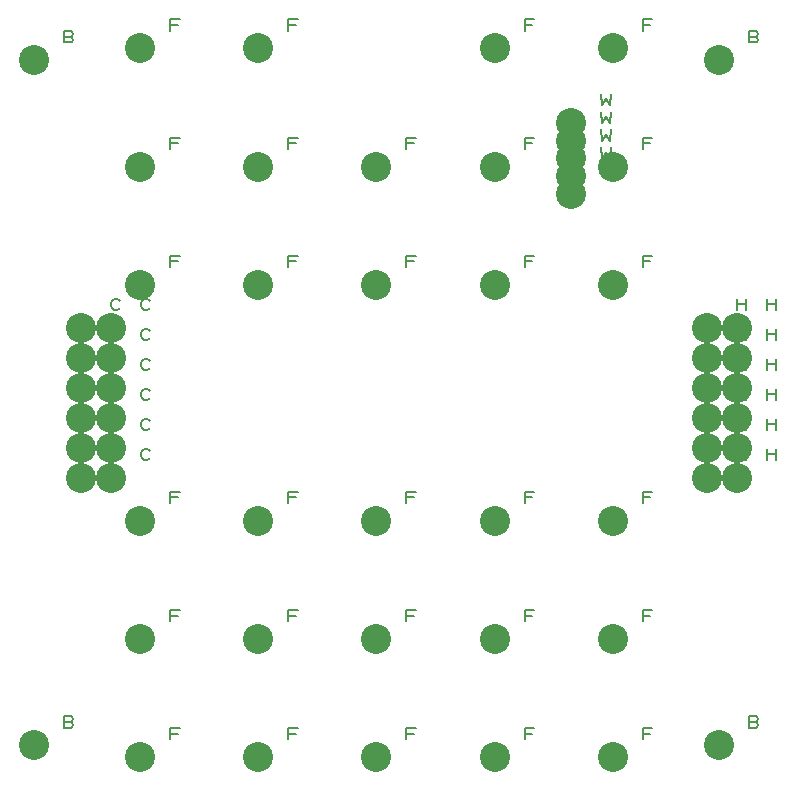
<source format=gbr>
G04 DesignSpark PCB PRO Gerber Version 10.0 Build 5299*
G04 #@! TF.Part,Single*
G04 #@! TF.FileFunction,Drillmap*
G04 #@! TF.FilePolarity,Positive*
%FSLAX35Y35*%
%MOIN*%
%ADD29C,0.00500*%
G04 #@! TA.AperFunction,ViaPad*
%ADD28C,0.10000*%
G04 #@! TD.AperFunction*
X0Y0D02*
D02*
D28*
X27953Y24016D03*
Y252362D03*
X43543Y113189D03*
Y123189D03*
Y133189D03*
Y143189D03*
Y153189D03*
Y163189D03*
X53543Y113189D03*
Y123189D03*
Y133189D03*
Y143189D03*
Y153189D03*
Y163189D03*
X63386Y20079D03*
Y59449D03*
Y98819D03*
Y177559D03*
Y216929D03*
Y256299D03*
X102756Y20079D03*
Y59449D03*
Y98819D03*
Y177559D03*
Y216929D03*
Y256299D03*
X142126Y20079D03*
Y59449D03*
Y98819D03*
Y177559D03*
Y216929D03*
X181496Y20079D03*
Y59449D03*
Y98819D03*
Y177559D03*
Y216929D03*
Y256299D03*
X207087Y207874D03*
Y213780D03*
Y219685D03*
Y225591D03*
Y231496D03*
X220866Y20079D03*
Y59449D03*
Y98819D03*
Y177559D03*
Y216929D03*
Y256299D03*
X252205Y113189D03*
Y123189D03*
Y133189D03*
Y143189D03*
Y153189D03*
Y163189D03*
X256299Y24016D03*
Y252362D03*
X262205Y113189D03*
Y123189D03*
Y133189D03*
Y143189D03*
Y153189D03*
Y163189D03*
D02*
D29*
X40140Y31828D02*
X40765Y31516D01*
X41078Y30891D01*
X40765Y30266D01*
X40140Y29953D01*
X37953D01*
Y33703D01*
X40140D01*
X40765Y33391D01*
X41078Y32766D01*
X40765Y32141D01*
X40140Y31828D01*
X37953D01*
X40140Y260175D02*
X40765Y259862D01*
X41078Y259237D01*
X40765Y258612D01*
X40140Y258300D01*
X37953D01*
Y262050D01*
X40140D01*
X40765Y261737D01*
X41078Y261112D01*
X40765Y260487D01*
X40140Y260175D01*
X37953D01*
X56669Y119752D02*
X56356Y119439D01*
X55731Y119126D01*
X54793D01*
X54169Y119439D01*
X53856Y119752D01*
X53543Y120376D01*
Y121626D01*
X53856Y122252D01*
X54169Y122564D01*
X54793Y122876D01*
X55731D01*
X56356Y122564D01*
X56669Y122252D01*
Y129752D02*
X56356Y129439D01*
X55731Y129126D01*
X54793D01*
X54169Y129439D01*
X53856Y129752D01*
X53543Y130376D01*
Y131626D01*
X53856Y132252D01*
X54169Y132564D01*
X54793Y132876D01*
X55731D01*
X56356Y132564D01*
X56669Y132252D01*
Y139752D02*
X56356Y139439D01*
X55731Y139126D01*
X54793D01*
X54169Y139439D01*
X53856Y139752D01*
X53543Y140376D01*
Y141626D01*
X53856Y142252D01*
X54169Y142564D01*
X54793Y142876D01*
X55731D01*
X56356Y142564D01*
X56669Y142252D01*
Y149752D02*
X56356Y149439D01*
X55731Y149126D01*
X54793D01*
X54169Y149439D01*
X53856Y149752D01*
X53543Y150376D01*
Y151626D01*
X53856Y152252D01*
X54169Y152564D01*
X54793Y152876D01*
X55731D01*
X56356Y152564D01*
X56669Y152252D01*
Y159752D02*
X56356Y159439D01*
X55731Y159126D01*
X54793D01*
X54169Y159439D01*
X53856Y159752D01*
X53543Y160376D01*
Y161626D01*
X53856Y162252D01*
X54169Y162564D01*
X54793Y162876D01*
X55731D01*
X56356Y162564D01*
X56669Y162252D01*
Y169752D02*
X56356Y169439D01*
X55731Y169126D01*
X54793D01*
X54169Y169439D01*
X53856Y169752D01*
X53543Y170376D01*
Y171626D01*
X53856Y172252D01*
X54169Y172564D01*
X54793Y172876D01*
X55731D01*
X56356Y172564D01*
X56669Y172252D01*
X66669Y119752D02*
X66356Y119439D01*
X65731Y119126D01*
X64793D01*
X64169Y119439D01*
X63856Y119752D01*
X63543Y120376D01*
Y121626D01*
X63856Y122252D01*
X64169Y122564D01*
X64793Y122876D01*
X65731D01*
X66356Y122564D01*
X66669Y122252D01*
Y129752D02*
X66356Y129439D01*
X65731Y129126D01*
X64793D01*
X64169Y129439D01*
X63856Y129752D01*
X63543Y130376D01*
Y131626D01*
X63856Y132252D01*
X64169Y132564D01*
X64793Y132876D01*
X65731D01*
X66356Y132564D01*
X66669Y132252D01*
Y139752D02*
X66356Y139439D01*
X65731Y139126D01*
X64793D01*
X64169Y139439D01*
X63856Y139752D01*
X63543Y140376D01*
Y141626D01*
X63856Y142252D01*
X64169Y142564D01*
X64793Y142876D01*
X65731D01*
X66356Y142564D01*
X66669Y142252D01*
Y149752D02*
X66356Y149439D01*
X65731Y149126D01*
X64793D01*
X64169Y149439D01*
X63856Y149752D01*
X63543Y150376D01*
Y151626D01*
X63856Y152252D01*
X64169Y152564D01*
X64793Y152876D01*
X65731D01*
X66356Y152564D01*
X66669Y152252D01*
Y159752D02*
X66356Y159439D01*
X65731Y159126D01*
X64793D01*
X64169Y159439D01*
X63856Y159752D01*
X63543Y160376D01*
Y161626D01*
X63856Y162252D01*
X64169Y162564D01*
X64793Y162876D01*
X65731D01*
X66356Y162564D01*
X66669Y162252D01*
Y169752D02*
X66356Y169439D01*
X65731Y169126D01*
X64793D01*
X64169Y169439D01*
X63856Y169752D01*
X63543Y170376D01*
Y171626D01*
X63856Y172252D01*
X64169Y172564D01*
X64793Y172876D01*
X65731D01*
X66356Y172564D01*
X66669Y172252D01*
X73386Y26016D02*
Y29766D01*
X76511D01*
X75886Y27891D02*
X73386D01*
Y65386D02*
Y69136D01*
X76511D01*
X75886Y67261D02*
X73386D01*
Y104756D02*
Y108506D01*
X76511D01*
X75886Y106631D02*
X73386D01*
Y183496D02*
Y187246D01*
X76511D01*
X75886Y185372D02*
X73386D01*
Y222867D02*
Y226617D01*
X76511D01*
X75886Y224742D02*
X73386D01*
Y262237D02*
Y265987D01*
X76511D01*
X75886Y264112D02*
X73386D01*
X112756Y26016D02*
Y29766D01*
X115881D01*
X115256Y27891D02*
X112756D01*
Y65386D02*
Y69136D01*
X115881D01*
X115256Y67261D02*
X112756D01*
Y104756D02*
Y108506D01*
X115881D01*
X115256Y106631D02*
X112756D01*
Y183496D02*
Y187246D01*
X115881D01*
X115256Y185372D02*
X112756D01*
Y222867D02*
Y226617D01*
X115881D01*
X115256Y224742D02*
X112756D01*
Y262237D02*
Y265987D01*
X115881D01*
X115256Y264112D02*
X112756D01*
X152126Y26016D02*
Y29766D01*
X155251D01*
X154626Y27891D02*
X152126D01*
Y65386D02*
Y69136D01*
X155251D01*
X154626Y67261D02*
X152126D01*
Y104756D02*
Y108506D01*
X155251D01*
X154626Y106631D02*
X152126D01*
Y183496D02*
Y187246D01*
X155251D01*
X154626Y185372D02*
X152126D01*
Y222867D02*
Y226617D01*
X155251D01*
X154626Y224742D02*
X152126D01*
X191496Y26016D02*
Y29766D01*
X194621D01*
X193996Y27891D02*
X191496D01*
Y65386D02*
Y69136D01*
X194621D01*
X193996Y67261D02*
X191496D01*
Y104756D02*
Y108506D01*
X194621D01*
X193996Y106631D02*
X191496D01*
Y183496D02*
Y187246D01*
X194621D01*
X193996Y185372D02*
X191496D01*
Y222867D02*
Y226617D01*
X194621D01*
X193996Y224742D02*
X191496D01*
Y262237D02*
Y265987D01*
X194621D01*
X193996Y264112D02*
X191496D01*
X217087Y217561D02*
X217399Y213811D01*
X218649Y215687D01*
X219899Y213811D01*
X220212Y217561D01*
X217087Y223467D02*
X217399Y219717D01*
X218649Y221592D01*
X219899Y219717D01*
X220212Y223467D01*
X217087Y229372D02*
X217399Y225622D01*
X218649Y227498D01*
X219899Y225622D01*
X220212Y229372D01*
X217087Y235278D02*
X217399Y231528D01*
X218649Y233403D01*
X219899Y231528D01*
X220212Y235278D01*
X217087Y241183D02*
X217399Y237433D01*
X218649Y239309D01*
X219899Y237433D01*
X220212Y241183D01*
X230866Y26016D02*
Y29766D01*
X233991D01*
X233366Y27891D02*
X230866D01*
Y65386D02*
Y69136D01*
X233991D01*
X233366Y67261D02*
X230866D01*
Y104756D02*
Y108506D01*
X233991D01*
X233366Y106631D02*
X230866D01*
Y183496D02*
Y187246D01*
X233991D01*
X233366Y185372D02*
X230866D01*
Y222867D02*
Y226617D01*
X233991D01*
X233366Y224742D02*
X230866D01*
Y262237D02*
Y265987D01*
X233991D01*
X233366Y264112D02*
X230866D01*
X262205Y119126D02*
Y122876D01*
Y121002D02*
X265330D01*
Y119126D02*
Y122876D01*
X262205Y129126D02*
Y132876D01*
Y131002D02*
X265330D01*
Y129126D02*
Y132876D01*
X262205Y139126D02*
Y142876D01*
Y141002D02*
X265330D01*
Y139126D02*
Y142876D01*
X262205Y149126D02*
Y152876D01*
Y151002D02*
X265330D01*
Y149126D02*
Y152876D01*
X262205Y159126D02*
Y162876D01*
Y161002D02*
X265330D01*
Y159126D02*
Y162876D01*
X262205Y169126D02*
Y172876D01*
Y171002D02*
X265330D01*
Y169126D02*
Y172876D01*
X268487Y31828D02*
X269112Y31516D01*
X269424Y30891D01*
X269112Y30266D01*
X268487Y29953D01*
X266299D01*
Y33703D01*
X268487D01*
X269112Y33391D01*
X269424Y32766D01*
X269112Y32141D01*
X268487Y31828D01*
X266299D01*
X268487Y260175D02*
X269112Y259862D01*
X269424Y259237D01*
X269112Y258612D01*
X268487Y258300D01*
X266299D01*
Y262050D01*
X268487D01*
X269112Y261737D01*
X269424Y261112D01*
X269112Y260487D01*
X268487Y260175D01*
X266299D01*
X272205Y119126D02*
Y122876D01*
Y121002D02*
X275330D01*
Y119126D02*
Y122876D01*
X272205Y129126D02*
Y132876D01*
Y131002D02*
X275330D01*
Y129126D02*
Y132876D01*
X272205Y139126D02*
Y142876D01*
Y141002D02*
X275330D01*
Y139126D02*
Y142876D01*
X272205Y149126D02*
Y152876D01*
Y151002D02*
X275330D01*
Y149126D02*
Y152876D01*
X272205Y159126D02*
Y162876D01*
Y161002D02*
X275330D01*
Y159126D02*
Y162876D01*
X272205Y169126D02*
Y172876D01*
Y171002D02*
X275330D01*
Y169126D02*
Y172876D01*
X0Y0D02*
M02*

</source>
